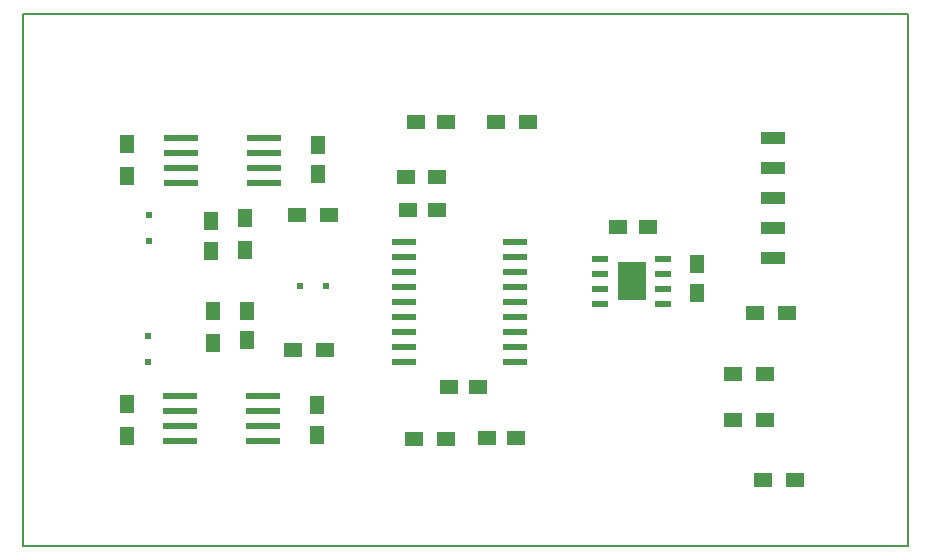
<source format=gbp>
G04 #@! TF.GenerationSoftware,KiCad,Pcbnew,(5.1.4)-1*
G04 #@! TF.CreationDate,2020-10-14T22:08:00-04:00*
G04 #@! TF.ProjectId,i2c_pancake,6932635f-7061-46e6-9361-6b652e6b6963,rev?*
G04 #@! TF.SameCoordinates,Original*
G04 #@! TF.FileFunction,Paste,Bot*
G04 #@! TF.FilePolarity,Positive*
%FSLAX46Y46*%
G04 Gerber Fmt 4.6, Leading zero omitted, Abs format (unit mm)*
G04 Created by KiCad (PCBNEW (5.1.4)-1) date 2020-10-14 22:08:00*
%MOMM*%
%LPD*%
G04 APERTURE LIST*
%ADD10C,0.150000*%
%ADD11C,0.152400*%
%ADD12R,1.500000X1.300000*%
%ADD13R,1.300000X1.500000*%
%ADD14R,1.500000X1.250000*%
%ADD15R,1.250000X1.500000*%
%ADD16R,2.413000X3.200400*%
%ADD17R,1.371600X0.482600*%
%ADD18R,0.500000X0.500000*%
%ADD19R,3.000000X0.600000*%
%ADD20R,2.000000X0.600000*%
%ADD21R,2.000000X1.000000*%
G04 APERTURE END LIST*
D10*
X89662000Y-134239000D02*
X164554000Y-134239000D01*
X89662000Y-89253000D02*
X164554000Y-89253000D01*
X164554000Y-89253000D02*
X164554000Y-134239000D01*
X89662000Y-89253000D02*
X89662000Y-134239000D01*
D11*
X140092100Y-111936200D02*
X142305100Y-111936200D01*
X140092100Y-113336400D02*
X140092100Y-111936200D01*
X142305100Y-113336400D02*
X140092100Y-113336400D01*
X142305100Y-111936200D02*
X142305100Y-113336400D01*
X140092100Y-110336000D02*
X142305100Y-110336000D01*
X140092100Y-111736200D02*
X140092100Y-110336000D01*
X142305100Y-111736200D02*
X140092100Y-111736200D01*
X142305100Y-110336000D02*
X142305100Y-111736200D01*
D12*
X132410200Y-98374200D03*
X129710200Y-98374200D03*
X122779800Y-125171200D03*
X125479800Y-125171200D03*
D13*
X105760400Y-117038400D03*
X105760400Y-114338400D03*
D12*
X122044200Y-102981000D03*
X124744200Y-102981000D03*
D13*
X108432600Y-106523800D03*
X108432600Y-109223800D03*
D14*
X122930600Y-98348800D03*
X125430600Y-98348800D03*
X131425000Y-125095000D03*
X128925000Y-125095000D03*
D15*
X108610400Y-116838400D03*
X108610400Y-114338400D03*
D14*
X122244200Y-105831000D03*
X124744200Y-105831000D03*
D15*
X105562400Y-106750800D03*
X105562400Y-109250800D03*
D16*
X141198600Y-111836200D03*
D17*
X138531600Y-109931200D03*
X138531600Y-111201200D03*
X138531600Y-112471200D03*
X138531600Y-113741200D03*
X143865600Y-113741200D03*
X143865600Y-112471200D03*
X143865600Y-111201200D03*
X143865600Y-109931200D03*
D18*
X100253800Y-116476600D03*
X100253800Y-118676600D03*
X115323800Y-112217200D03*
X113123800Y-112217200D03*
X100355400Y-108465800D03*
X100355400Y-106265800D03*
D14*
X142555600Y-107213400D03*
X140055600Y-107213400D03*
D15*
X114554000Y-124853000D03*
X114554000Y-122353000D03*
X114654000Y-102803000D03*
X114654000Y-100303000D03*
D14*
X128185800Y-120816400D03*
X125685800Y-120816400D03*
D13*
X98454000Y-124903000D03*
X98454000Y-122203000D03*
D12*
X115243600Y-117627400D03*
X112543600Y-117627400D03*
D13*
X98454000Y-102953000D03*
X98454000Y-100253000D03*
D12*
X115548400Y-106222800D03*
X112848400Y-106222800D03*
X154986600Y-128665000D03*
X152286600Y-128665000D03*
X152454000Y-123553000D03*
X149754000Y-123553000D03*
X152504000Y-119653000D03*
X149804000Y-119653000D03*
X154347800Y-114517200D03*
X151647800Y-114517200D03*
D19*
X110054000Y-103558000D03*
X110054000Y-102288000D03*
X110054000Y-101018000D03*
X110054000Y-99748000D03*
X103054000Y-99748000D03*
X103054000Y-101018000D03*
X103054000Y-102288000D03*
X103054000Y-103558000D03*
D20*
X121885600Y-118657400D03*
X121885600Y-117387400D03*
X121885600Y-116117400D03*
X121885600Y-114847400D03*
X121885600Y-113577400D03*
X121885600Y-112307400D03*
X121885600Y-111037400D03*
X121885600Y-109767400D03*
X121885600Y-108497400D03*
X131285600Y-108497400D03*
X131285600Y-109767400D03*
X131285600Y-111037400D03*
X131285600Y-112307400D03*
X131285600Y-113577400D03*
X131285600Y-114847400D03*
X131285600Y-116117400D03*
X131285600Y-117387400D03*
X131285600Y-118657400D03*
D15*
X146710400Y-112877600D03*
X146710400Y-110377600D03*
D19*
X109954000Y-125358000D03*
X109954000Y-124088000D03*
X109954000Y-122818000D03*
X109954000Y-121548000D03*
X102954000Y-121548000D03*
X102954000Y-122818000D03*
X102954000Y-124088000D03*
X102954000Y-125358000D03*
D21*
X153154000Y-109853000D03*
X153154000Y-107313000D03*
X153154000Y-104773000D03*
X153154000Y-102233000D03*
X153154000Y-99693000D03*
M02*

</source>
